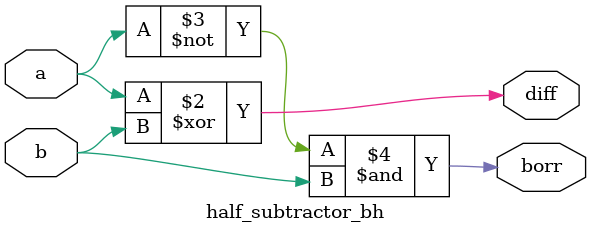
<source format=v>
module half_subtractor_bh(output reg diff,borr, input a,b);
    always @(a,b) begin
        diff = a ^ b;
        borr = ~a&b;
    end   
endmodule
</source>
